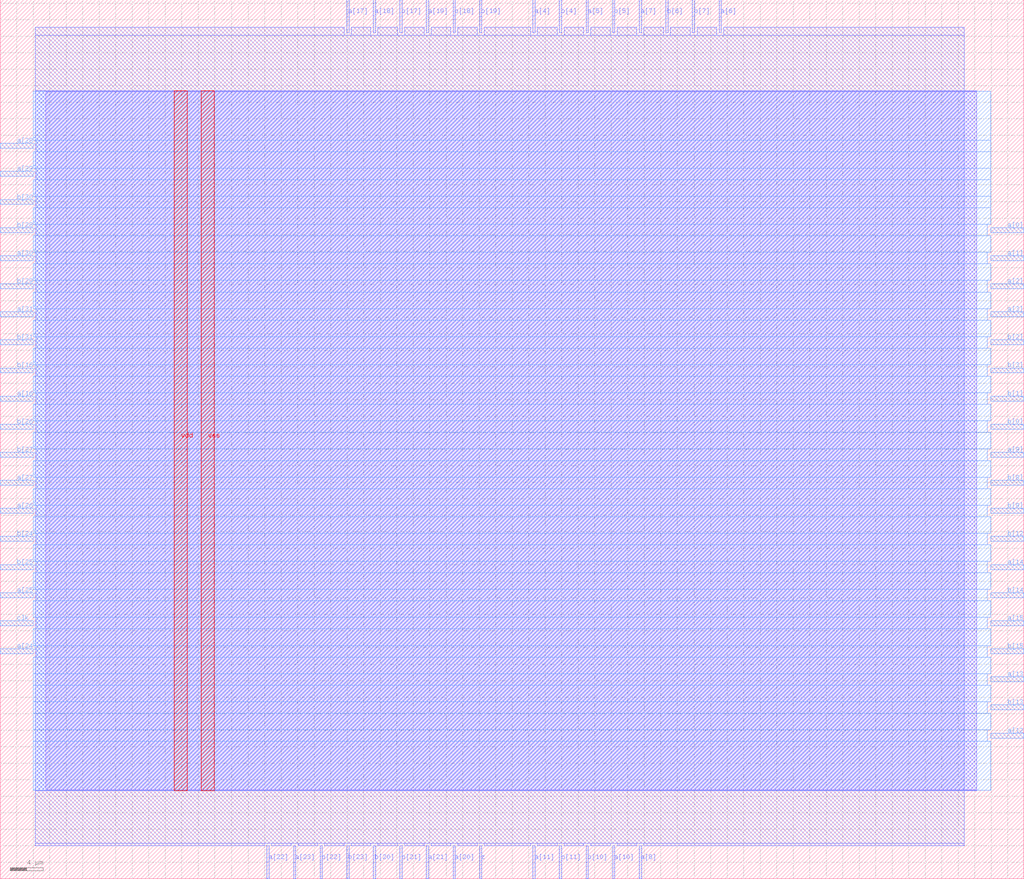
<source format=lef>
VERSION 5.7 ;
  NOWIREEXTENSIONATPIN ON ;
  DIVIDERCHAR "/" ;
  BUSBITCHARS "[]" ;
MACRO comp32
  CLASS BLOCK ;
  FOREIGN comp32 ;
  ORIGIN 0.000 0.000 ;
  SIZE 123.935 BY 106.430 ;
  PIN a[0]
    DIRECTION INPUT ;
    USE SIGNAL ;
    ANTENNAGATEAREA 0.196500 ;
    PORT
      LAYER met3 ;
        RECT 119.935 78.240 123.935 78.840 ;
    END
  END a[0]
  PIN a[10]
    DIRECTION INPUT ;
    USE SIGNAL ;
    ANTENNAGATEAREA 0.196500 ;
    PORT
      LAYER met2 ;
        RECT 74.150 0.000 74.430 4.000 ;
    END
  END a[10]
  PIN a[11]
    DIRECTION INPUT ;
    USE SIGNAL ;
    ANTENNAGATEAREA 0.196500 ;
    PORT
      LAYER met2 ;
        RECT 64.490 0.000 64.770 4.000 ;
    END
  END a[11]
  PIN a[12]
    DIRECTION INPUT ;
    USE SIGNAL ;
    ANTENNAGATEAREA 0.196500 ;
    PORT
      LAYER met3 ;
        RECT 119.935 17.040 123.935 17.640 ;
    END
  END a[12]
  PIN a[13]
    DIRECTION INPUT ;
    USE SIGNAL ;
    ANTENNAGATEAREA 0.196500 ;
    PORT
      LAYER met3 ;
        RECT 119.935 23.840 123.935 24.440 ;
    END
  END a[13]
  PIN a[14]
    DIRECTION INPUT ;
    USE SIGNAL ;
    ANTENNAGATEAREA 0.196500 ;
    PORT
      LAYER met3 ;
        RECT 119.935 37.440 123.935 38.040 ;
    END
  END a[14]
  PIN a[15]
    DIRECTION INPUT ;
    USE SIGNAL ;
    ANTENNAGATEAREA 0.196500 ;
    PORT
      LAYER met3 ;
        RECT 119.935 30.640 123.935 31.240 ;
    END
  END a[15]
  PIN a[16]
    DIRECTION INPUT ;
    USE SIGNAL ;
    ANTENNAGATEAREA 0.196500 ;
    PORT
      LAYER met3 ;
        RECT 0.000 57.840 4.000 58.440 ;
    END
  END a[16]
  PIN a[17]
    DIRECTION INPUT ;
    USE SIGNAL ;
    ANTENNAGATEAREA 0.196500 ;
    PORT
      LAYER met2 ;
        RECT 41.950 102.430 42.230 106.430 ;
    END
  END a[17]
  PIN a[18]
    DIRECTION INPUT ;
    USE SIGNAL ;
    ANTENNAGATEAREA 0.196500 ;
    PORT
      LAYER met2 ;
        RECT 45.170 102.430 45.450 106.430 ;
    END
  END a[18]
  PIN a[19]
    DIRECTION INPUT ;
    USE SIGNAL ;
    ANTENNAGATEAREA 0.196500 ;
    PORT
      LAYER met2 ;
        RECT 51.610 102.430 51.890 106.430 ;
    END
  END a[19]
  PIN a[1]
    DIRECTION INPUT ;
    USE SIGNAL ;
    ANTENNAGATEAREA 0.196500 ;
    PORT
      LAYER met3 ;
        RECT 119.935 74.840 123.935 75.440 ;
    END
  END a[1]
  PIN a[20]
    DIRECTION INPUT ;
    USE SIGNAL ;
    ANTENNAGATEAREA 0.196500 ;
    PORT
      LAYER met2 ;
        RECT 54.830 0.000 55.110 4.000 ;
    END
  END a[20]
  PIN a[21]
    DIRECTION INPUT ;
    USE SIGNAL ;
    ANTENNAGATEAREA 0.196500 ;
    PORT
      LAYER met2 ;
        RECT 51.610 0.000 51.890 4.000 ;
    END
  END a[21]
  PIN a[22]
    DIRECTION INPUT ;
    USE SIGNAL ;
    ANTENNAGATEAREA 0.196500 ;
    PORT
      LAYER met2 ;
        RECT 32.290 0.000 32.570 4.000 ;
    END
  END a[22]
  PIN a[23]
    DIRECTION INPUT ;
    USE SIGNAL ;
    ANTENNAGATEAREA 0.196500 ;
    PORT
      LAYER met2 ;
        RECT 35.510 0.000 35.790 4.000 ;
    END
  END a[23]
  PIN a[24]
    DIRECTION INPUT ;
    USE SIGNAL ;
    ANTENNAGATEAREA 0.196500 ;
    PORT
      LAYER met3 ;
        RECT 0.000 27.240 4.000 27.840 ;
    END
  END a[24]
  PIN a[25]
    DIRECTION INPUT ;
    USE SIGNAL ;
    ANTENNAGATEAREA 0.196500 ;
    PORT
      LAYER met3 ;
        RECT 0.000 34.040 4.000 34.640 ;
    END
  END a[25]
  PIN a[26]
    DIRECTION INPUT ;
    USE SIGNAL ;
    ANTENNAGATEAREA 0.196500 ;
    PORT
      LAYER met3 ;
        RECT 0.000 44.240 4.000 44.840 ;
    END
  END a[26]
  PIN a[27]
    DIRECTION INPUT ;
    USE SIGNAL ;
    ANTENNAGATEAREA 0.196500 ;
    PORT
      LAYER met3 ;
        RECT 0.000 47.640 4.000 48.240 ;
    END
  END a[27]
  PIN a[28]
    DIRECTION INPUT ;
    USE SIGNAL ;
    ANTENNAGATEAREA 0.196500 ;
    PORT
      LAYER met3 ;
        RECT 0.000 88.440 4.000 89.040 ;
    END
  END a[28]
  PIN a[29]
    DIRECTION INPUT ;
    USE SIGNAL ;
    ANTENNAGATEAREA 0.196500 ;
    PORT
      LAYER met3 ;
        RECT 0.000 85.040 4.000 85.640 ;
    END
  END a[29]
  PIN a[2]
    DIRECTION INPUT ;
    USE SIGNAL ;
    ANTENNAGATEAREA 0.196500 ;
    PORT
      LAYER met3 ;
        RECT 119.935 71.440 123.935 72.040 ;
    END
  END a[2]
  PIN a[30]
    DIRECTION INPUT ;
    USE SIGNAL ;
    ANTENNAGATEAREA 0.196500 ;
    PORT
      LAYER met3 ;
        RECT 0.000 74.840 4.000 75.440 ;
    END
  END a[30]
  PIN a[31]
    DIRECTION INPUT ;
    USE SIGNAL ;
    ANTENNAGATEAREA 0.196500 ;
    PORT
      LAYER met3 ;
        RECT 0.000 68.040 4.000 68.640 ;
    END
  END a[31]
  PIN a[3]
    DIRECTION INPUT ;
    USE SIGNAL ;
    ANTENNAGATEAREA 0.196500 ;
    PORT
      LAYER met3 ;
        RECT 119.935 68.040 123.935 68.640 ;
    END
  END a[3]
  PIN a[4]
    DIRECTION INPUT ;
    USE SIGNAL ;
    ANTENNAGATEAREA 0.196500 ;
    PORT
      LAYER met2 ;
        RECT 64.490 102.430 64.770 106.430 ;
    END
  END a[4]
  PIN a[5]
    DIRECTION INPUT ;
    USE SIGNAL ;
    ANTENNAGATEAREA 0.196500 ;
    PORT
      LAYER met2 ;
        RECT 70.930 102.430 71.210 106.430 ;
    END
  END a[5]
  PIN a[6]
    DIRECTION INPUT ;
    USE SIGNAL ;
    ANTENNAGATEAREA 0.196500 ;
    PORT
      LAYER met2 ;
        RECT 87.030 102.430 87.310 106.430 ;
    END
  END a[6]
  PIN a[7]
    DIRECTION INPUT ;
    USE SIGNAL ;
    ANTENNAGATEAREA 0.196500 ;
    PORT
      LAYER met2 ;
        RECT 77.370 102.430 77.650 106.430 ;
    END
  END a[7]
  PIN a[8]
    DIRECTION INPUT ;
    USE SIGNAL ;
    ANTENNAGATEAREA 0.196500 ;
    PORT
      LAYER met2 ;
        RECT 77.370 0.000 77.650 4.000 ;
    END
  END a[8]
  PIN a[9]
    DIRECTION INPUT ;
    USE SIGNAL ;
    ANTENNAGATEAREA 0.196500 ;
    PORT
      LAYER met3 ;
        RECT 119.935 51.040 123.935 51.640 ;
    END
  END a[9]
  PIN b[0]
    DIRECTION INPUT ;
    USE SIGNAL ;
    ANTENNAGATEAREA 0.196500 ;
    PORT
      LAYER met3 ;
        RECT 119.935 54.440 123.935 55.040 ;
    END
  END b[0]
  PIN b[10]
    DIRECTION INPUT ;
    USE SIGNAL ;
    ANTENNAGATEAREA 0.196500 ;
    PORT
      LAYER met2 ;
        RECT 70.930 0.000 71.210 4.000 ;
    END
  END b[10]
  PIN b[11]
    DIRECTION INPUT ;
    USE SIGNAL ;
    ANTENNAGATEAREA 0.196500 ;
    PORT
      LAYER met2 ;
        RECT 67.710 0.000 67.990 4.000 ;
    END
  END b[11]
  PIN b[12]
    DIRECTION INPUT ;
    USE SIGNAL ;
    ANTENNAGATEAREA 0.196500 ;
    PORT
      LAYER met3 ;
        RECT 119.935 40.840 123.935 41.440 ;
    END
  END b[12]
  PIN b[13]
    DIRECTION INPUT ;
    USE SIGNAL ;
    ANTENNAGATEAREA 0.196500 ;
    PORT
      LAYER met3 ;
        RECT 119.935 20.440 123.935 21.040 ;
    END
  END b[13]
  PIN b[14]
    DIRECTION INPUT ;
    USE SIGNAL ;
    ANTENNAGATEAREA 0.196500 ;
    PORT
      LAYER met3 ;
        RECT 119.935 34.040 123.935 34.640 ;
    END
  END b[14]
  PIN b[15]
    DIRECTION INPUT ;
    USE SIGNAL ;
    ANTENNAGATEAREA 0.196500 ;
    PORT
      LAYER met3 ;
        RECT 119.935 27.240 123.935 27.840 ;
    END
  END b[15]
  PIN b[16]
    DIRECTION INPUT ;
    USE SIGNAL ;
    ANTENNAGATEAREA 0.196500 ;
    PORT
      LAYER met3 ;
        RECT 0.000 61.240 4.000 61.840 ;
    END
  END b[16]
  PIN b[17]
    DIRECTION INPUT ;
    USE SIGNAL ;
    ANTENNAGATEAREA 0.196500 ;
    PORT
      LAYER met2 ;
        RECT 48.390 102.430 48.670 106.430 ;
    END
  END b[17]
  PIN b[18]
    DIRECTION INPUT ;
    USE SIGNAL ;
    ANTENNAGATEAREA 0.196500 ;
    PORT
      LAYER met2 ;
        RECT 54.830 102.430 55.110 106.430 ;
    END
  END b[18]
  PIN b[19]
    DIRECTION INPUT ;
    USE SIGNAL ;
    ANTENNAGATEAREA 0.196500 ;
    PORT
      LAYER met2 ;
        RECT 58.050 102.430 58.330 106.430 ;
    END
  END b[19]
  PIN b[1]
    DIRECTION INPUT ;
    USE SIGNAL ;
    ANTENNAGATEAREA 0.196500 ;
    PORT
      LAYER met3 ;
        RECT 119.935 57.840 123.935 58.440 ;
    END
  END b[1]
  PIN b[20]
    DIRECTION INPUT ;
    USE SIGNAL ;
    ANTENNAGATEAREA 0.196500 ;
    PORT
      LAYER met2 ;
        RECT 45.170 0.000 45.450 4.000 ;
    END
  END b[20]
  PIN b[21]
    DIRECTION INPUT ;
    USE SIGNAL ;
    ANTENNAGATEAREA 0.196500 ;
    PORT
      LAYER met2 ;
        RECT 48.390 0.000 48.670 4.000 ;
    END
  END b[21]
  PIN b[22]
    DIRECTION INPUT ;
    USE SIGNAL ;
    ANTENNAGATEAREA 0.196500 ;
    PORT
      LAYER met2 ;
        RECT 38.730 0.000 39.010 4.000 ;
    END
  END b[22]
  PIN b[23]
    DIRECTION INPUT ;
    USE SIGNAL ;
    ANTENNAGATEAREA 0.196500 ;
    PORT
      LAYER met2 ;
        RECT 41.950 0.000 42.230 4.000 ;
    END
  END b[23]
  PIN b[24]
    DIRECTION INPUT ;
    USE SIGNAL ;
    ANTENNAGATEAREA 0.196500 ;
    PORT
      LAYER met3 ;
        RECT 0.000 40.840 4.000 41.440 ;
    END
  END b[24]
  PIN b[25]
    DIRECTION INPUT ;
    USE SIGNAL ;
    ANTENNAGATEAREA 0.196500 ;
    PORT
      LAYER met3 ;
        RECT 0.000 37.440 4.000 38.040 ;
    END
  END b[25]
  PIN b[26]
    DIRECTION INPUT ;
    USE SIGNAL ;
    ANTENNAGATEAREA 0.196500 ;
    PORT
      LAYER met3 ;
        RECT 0.000 54.440 4.000 55.040 ;
    END
  END b[26]
  PIN b[27]
    DIRECTION INPUT ;
    USE SIGNAL ;
    ANTENNAGATEAREA 0.196500 ;
    PORT
      LAYER met3 ;
        RECT 0.000 51.040 4.000 51.640 ;
    END
  END b[27]
  PIN b[28]
    DIRECTION INPUT ;
    USE SIGNAL ;
    ANTENNAGATEAREA 0.196500 ;
    PORT
      LAYER met3 ;
        RECT 0.000 78.240 4.000 78.840 ;
    END
  END b[28]
  PIN b[29]
    DIRECTION INPUT ;
    USE SIGNAL ;
    ANTENNAGATEAREA 0.196500 ;
    PORT
      LAYER met3 ;
        RECT 0.000 71.440 4.000 72.040 ;
    END
  END b[29]
  PIN b[2]
    DIRECTION INPUT ;
    USE SIGNAL ;
    ANTENNAGATEAREA 0.196500 ;
    PORT
      LAYER met3 ;
        RECT 119.935 64.640 123.935 65.240 ;
    END
  END b[2]
  PIN b[30]
    DIRECTION INPUT ;
    USE SIGNAL ;
    ANTENNAGATEAREA 0.196500 ;
    PORT
      LAYER met3 ;
        RECT 0.000 81.640 4.000 82.240 ;
    END
  END b[30]
  PIN b[31]
    DIRECTION INPUT ;
    USE SIGNAL ;
    ANTENNAGATEAREA 0.196500 ;
    PORT
      LAYER met3 ;
        RECT 0.000 64.640 4.000 65.240 ;
    END
  END b[31]
  PIN b[3]
    DIRECTION INPUT ;
    USE SIGNAL ;
    ANTENNAGATEAREA 0.196500 ;
    PORT
      LAYER met3 ;
        RECT 119.935 61.240 123.935 61.840 ;
    END
  END b[3]
  PIN b[4]
    DIRECTION INPUT ;
    USE SIGNAL ;
    ANTENNAGATEAREA 0.196500 ;
    PORT
      LAYER met2 ;
        RECT 67.710 102.430 67.990 106.430 ;
    END
  END b[4]
  PIN b[5]
    DIRECTION INPUT ;
    USE SIGNAL ;
    ANTENNAGATEAREA 0.196500 ;
    PORT
      LAYER met2 ;
        RECT 74.150 102.430 74.430 106.430 ;
    END
  END b[5]
  PIN b[6]
    DIRECTION INPUT ;
    USE SIGNAL ;
    ANTENNAGATEAREA 0.196500 ;
    PORT
      LAYER met2 ;
        RECT 80.590 102.430 80.870 106.430 ;
    END
  END b[6]
  PIN b[7]
    DIRECTION INPUT ;
    USE SIGNAL ;
    ANTENNAGATEAREA 0.196500 ;
    PORT
      LAYER met2 ;
        RECT 83.810 102.430 84.090 106.430 ;
    END
  END b[7]
  PIN b[8]
    DIRECTION INPUT ;
    USE SIGNAL ;
    ANTENNAGATEAREA 0.196500 ;
    PORT
      LAYER met3 ;
        RECT 119.935 47.640 123.935 48.240 ;
    END
  END b[8]
  PIN b[9]
    DIRECTION INPUT ;
    USE SIGNAL ;
    ANTENNAGATEAREA 0.196500 ;
    PORT
      LAYER met3 ;
        RECT 119.935 44.240 123.935 44.840 ;
    END
  END b[9]
  PIN clk
    DIRECTION INPUT ;
    USE SIGNAL ;
    ANTENNAGATEAREA 0.159000 ;
    PORT
      LAYER met3 ;
        RECT 0.000 30.640 4.000 31.240 ;
    END
  END clk
  PIN vdd
    DIRECTION INOUT ;
    USE POWER ;
    PORT
      LAYER met4 ;
        RECT 21.040 10.640 22.640 95.440 ;
    END
  END vdd
  PIN vss
    DIRECTION INOUT ;
    USE GROUND ;
    PORT
      LAYER met4 ;
        RECT 24.340 10.640 25.940 95.440 ;
    END
  END vss
  PIN z
    DIRECTION OUTPUT ;
    USE SIGNAL ;
    ANTENNADIFFAREA 0.445500 ;
    PORT
      LAYER met2 ;
        RECT 58.050 0.000 58.330 4.000 ;
    END
  END z
  OBS
      LAYER li1 ;
        RECT 5.520 10.795 118.220 95.285 ;
      LAYER met1 ;
        RECT 4.210 10.640 118.220 95.440 ;
      LAYER met2 ;
        RECT 4.230 102.150 41.670 103.090 ;
        RECT 42.510 102.150 44.890 103.090 ;
        RECT 45.730 102.150 48.110 103.090 ;
        RECT 48.950 102.150 51.330 103.090 ;
        RECT 52.170 102.150 54.550 103.090 ;
        RECT 55.390 102.150 57.770 103.090 ;
        RECT 58.610 102.150 64.210 103.090 ;
        RECT 65.050 102.150 67.430 103.090 ;
        RECT 68.270 102.150 70.650 103.090 ;
        RECT 71.490 102.150 73.870 103.090 ;
        RECT 74.710 102.150 77.090 103.090 ;
        RECT 77.930 102.150 80.310 103.090 ;
        RECT 81.150 102.150 83.530 103.090 ;
        RECT 84.370 102.150 86.750 103.090 ;
        RECT 87.590 102.150 116.750 103.090 ;
        RECT 4.230 4.280 116.750 102.150 ;
        RECT 4.230 4.000 32.010 4.280 ;
        RECT 32.850 4.000 35.230 4.280 ;
        RECT 36.070 4.000 38.450 4.280 ;
        RECT 39.290 4.000 41.670 4.280 ;
        RECT 42.510 4.000 44.890 4.280 ;
        RECT 45.730 4.000 48.110 4.280 ;
        RECT 48.950 4.000 51.330 4.280 ;
        RECT 52.170 4.000 54.550 4.280 ;
        RECT 55.390 4.000 57.770 4.280 ;
        RECT 58.610 4.000 64.210 4.280 ;
        RECT 65.050 4.000 67.430 4.280 ;
        RECT 68.270 4.000 70.650 4.280 ;
        RECT 71.490 4.000 73.870 4.280 ;
        RECT 74.710 4.000 77.090 4.280 ;
        RECT 77.930 4.000 116.750 4.280 ;
      LAYER met3 ;
        RECT 3.990 89.440 119.935 95.365 ;
        RECT 4.400 88.040 119.935 89.440 ;
        RECT 3.990 86.040 119.935 88.040 ;
        RECT 4.400 84.640 119.935 86.040 ;
        RECT 3.990 82.640 119.935 84.640 ;
        RECT 4.400 81.240 119.935 82.640 ;
        RECT 3.990 79.240 119.935 81.240 ;
        RECT 4.400 77.840 119.535 79.240 ;
        RECT 3.990 75.840 119.935 77.840 ;
        RECT 4.400 74.440 119.535 75.840 ;
        RECT 3.990 72.440 119.935 74.440 ;
        RECT 4.400 71.040 119.535 72.440 ;
        RECT 3.990 69.040 119.935 71.040 ;
        RECT 4.400 67.640 119.535 69.040 ;
        RECT 3.990 65.640 119.935 67.640 ;
        RECT 4.400 64.240 119.535 65.640 ;
        RECT 3.990 62.240 119.935 64.240 ;
        RECT 4.400 60.840 119.535 62.240 ;
        RECT 3.990 58.840 119.935 60.840 ;
        RECT 4.400 57.440 119.535 58.840 ;
        RECT 3.990 55.440 119.935 57.440 ;
        RECT 4.400 54.040 119.535 55.440 ;
        RECT 3.990 52.040 119.935 54.040 ;
        RECT 4.400 50.640 119.535 52.040 ;
        RECT 3.990 48.640 119.935 50.640 ;
        RECT 4.400 47.240 119.535 48.640 ;
        RECT 3.990 45.240 119.935 47.240 ;
        RECT 4.400 43.840 119.535 45.240 ;
        RECT 3.990 41.840 119.935 43.840 ;
        RECT 4.400 40.440 119.535 41.840 ;
        RECT 3.990 38.440 119.935 40.440 ;
        RECT 4.400 37.040 119.535 38.440 ;
        RECT 3.990 35.040 119.935 37.040 ;
        RECT 4.400 33.640 119.535 35.040 ;
        RECT 3.990 31.640 119.935 33.640 ;
        RECT 4.400 30.240 119.535 31.640 ;
        RECT 3.990 28.240 119.935 30.240 ;
        RECT 4.400 26.840 119.535 28.240 ;
        RECT 3.990 24.840 119.935 26.840 ;
        RECT 3.990 23.440 119.535 24.840 ;
        RECT 3.990 21.440 119.935 23.440 ;
        RECT 3.990 20.040 119.535 21.440 ;
        RECT 3.990 18.040 119.935 20.040 ;
        RECT 3.990 16.640 119.535 18.040 ;
        RECT 3.990 10.715 119.935 16.640 ;
  END
END comp32
END LIBRARY


</source>
